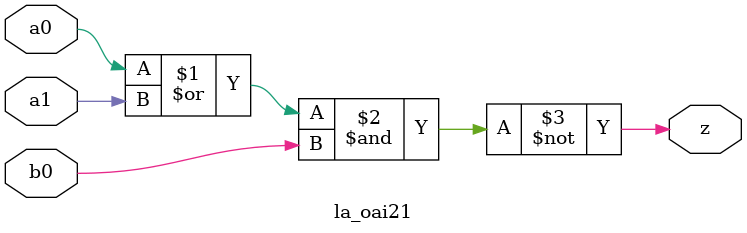
<source format=v>


module la_oai21 #(
    parameter PROP = "DEFAULT"
) (
    input  a0,
    input  a1,
    input  b0,
    output z
);

    assign z = ~((a0 | a1) & b0);

endmodule

</source>
